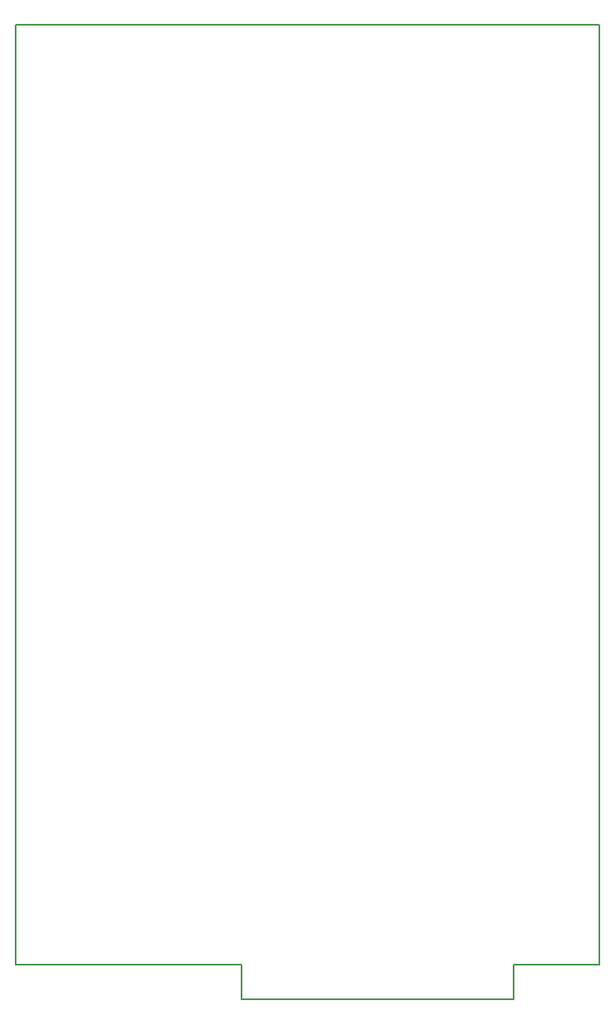
<source format=gbr>
G04 #@! TF.FileFunction,Profile,NP*
%FSLAX46Y46*%
G04 Gerber Fmt 4.6, Leading zero omitted, Abs format (unit mm)*
G04 Created by KiCad (PCBNEW 4.0.7) date 04/10/18 15:24:13*
%MOMM*%
%LPD*%
G01*
G04 APERTURE LIST*
%ADD10C,0.100000*%
%ADD11C,0.150000*%
G04 APERTURE END LIST*
D10*
D11*
X247600000Y-123050000D02*
X256400000Y-123050000D01*
X247600000Y-126600000D02*
X247600000Y-123050000D01*
X219600000Y-126600000D02*
X247600000Y-126600000D01*
X219600000Y-123050000D02*
X219600000Y-126600000D01*
X196400000Y-123050000D02*
X219600000Y-123050000D01*
X256400000Y-26600000D02*
X256400000Y-123050000D01*
X196400000Y-26600000D02*
X256400000Y-26600000D01*
X196400000Y-123050000D02*
X196400000Y-26600000D01*
M02*

</source>
